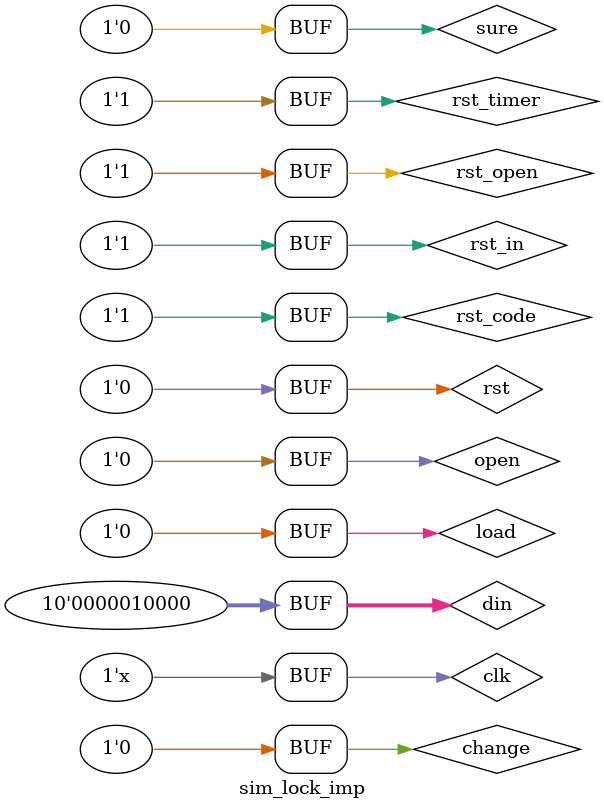
<source format=v>
`timescale 1ns / 1ps


`timescale 1ns / 1ps
//////////////////////////////////////////////////////////////////////////////////
// Company: 
// Engineer: 
// 
// Create Date: 2019/12/27 14:59:03
// Design Name: 
// Module Name: sim_lock
// Project Name: 
// Target Devices: 
// Tool Versions: 
// Description: 
// 
// Dependencies: 
// 
// Revision:
// Revision 0.01 - File Created
// Additional Comments:
// 
//////////////////////////////////////////////////////////////////////////////////


module sim_lock_imp;
reg clk, rst_in, rst_code, rst_open, load, change, open, rst, rst_timer;
reg [9:0] din;
reg sure;
wire rest_times;
wire succ, fail, locked, open_now, change_now;
wire change_succ;
initial begin
    clk = 0;
    rst_timer = 0;
    rst = 0;
    rst_code = 0;
    rst_in = 0;
    rst_open = 0;
    load = 0;
    change = 0;
    
    sure = 0;
    open = 0;
    #10 rst_code = 1; rst_in = 1; rst_open = 1; rst_timer = 1;
    #10 rst_code = 0; rst_in = 0; rst_open = 0; rst_timer = 1;
    #10 rst_code = 1; rst_in = 1; rst_open = 1; rst_timer = 1;
    #50
    // #10 rst_code = 1; rst_in = 1;
    
    // 默认密码为0000
    #10 change = 1;
    #10 change = 0;
    // 初始化密码

    #10 rst_code = 0;
    #10 rst_code = 1;
    #10 din = 10'b00_0000_0000;
    #10 load = 1;
    #10  load = 0;
        #10 din = 10'b00_0000_0000;
    #10 load = 1;
    #10  load = 0;
        #10 din = 10'b00_0000_0000;
    #10 load = 1;
    #10  load = 0;
        #10 din = 10'b00_0000_0000;
    #10 load = 1;
    #10  load = 0;
    
    // 1
    #10 din = 10'b00_0001_0000;
    #10 load = 1;
    #10  load = 0;

    // 2
    #10 din = 10'b00_0001_0000;
    #10 load = 1;
    #10  load = 0;
    // 3
    #10 din = 10'b00_0001_0000;
    #10 load = 1;
    #10  load = 0;
    // 4
    #10 din = 10'b00_0001_0000;
    #10 load = 1;
    #10  load = 0;
    // set password 
//    #20 change = 1;
//    #10 change = 0;
    #20 sure = 1;
    #20 sure = 0;
    #20 rst = 1;
    #20 rst = 0;
    #100
    // -------------------------------- open
     // 1

    
  #10 rst_open = 0;
  #10 rst_open = 1;
    #10 open = 1;
    #10 open = 0;
   #10 rst_in = 0;
    #10 rst_in = 1;
    #10 din = 10'b00_0001_0000;
    #10 load = 1;
    #10  load = 0;
    // 2
    #10 din = 10'b00_0001_0000;
    #10 load = 1;
    #10  load = 0;
    // 3
    #10 din = 10'b00_0001_0000;
    #10 load = 1;
    #10  load = 0;
    // 4
    #10 din = 10'b00_0001_0000;
    #10 load = 1;
    #10  load = 0;
    // open 
//    #20 open = 1;
//    #10 open = 0;
    #20 sure = 1;
    #20 sure = 0;

    #50 rst_open = 0;
    #50 rst_open = 1;
    #100
    
    // wrong password
     // 1
    #10 open = 1;
    #10 open = 0;
    #10 rst_in = 0;
    #10 rst_in = 1;
    #10 din = 10'b00_0001_0000;
    #10 load = 1;
    #10  load = 0;
    // 2
    #10 din = 10'b00_0010_0000;
    #10 load = 1;
    #10  load = 0;
    // 3
    #10 din = 10'b00_0001_0000;
    #10 load = 1;
    #10  load = 0;
    // 4
    #10 din = 10'b00_0001_0000;
    #10 load = 1;
    #10  load = 0;

    #20 sure = 1;
    #20 sure = 0;
    #100
    #10 rst_in = 0;
    #10 rst_in = 1;
    #10 din = 10'b00_0001_0000;
    #10 load = 1;
    #10  load = 0;
    // 2
    #10 din = 10'b00_0010_0000;
    #10 load = 1;
    #10  load = 0;
    // 3
    #10 din = 10'b00_0001_0000;
    #10 load = 1;
    #10  load = 0;
    // 4
    #10 din = 10'b00_0001_0000;
    #10 load = 1;
    #10  load = 0;
    // open 
//    #20 open = 1;
//    #10 open = 0;
    #20 sure = 1;
    #20 sure = 0;
        
    #100
    #10 rst_in = 0;
    #10 rst_in = 1;
    #10 din = 10'b00_0001_0000;
    #10 load = 1;
    #10  load = 0;
    // 2
    #10 din = 10'b00_0010_0000;
    #10 load = 1;
    #10  load = 0;
    // 3
    #10 din = 10'b00_0001_0000;
    #10 load = 1;
    #10  load = 0;
    // 4
    #10 din = 10'b00_0001_0000;
    #10 load = 1;
    #10  load = 0;
    // open 
//    #20 open = 1;
//    #10 open = 0;
    #20 sure = 1;
    #20 sure = 0;
    
    #100
    #10 rst_in = 0;
    #10 rst_in = 1;
    #10 din = 10'b00_0001_0000;
    #10 load = 1;
    #10  load = 0;
    // 2
    #10 din = 10'b00_0010_0000;
    #10 load = 1;
    #10  load = 0;
    // 3
    #10 din = 10'b00_0001_0000;
    #10 load = 1;
    #10  load = 0;
    // 4
    #10 din = 10'b00_0001_0000;
    #10 load = 1;
    #10  load = 0;
    // open 
//    #20 open = 1;
//    #10 open = 0;
    #20 sure = 1;
    #20 sure = 0;
    
    #100
    #10 rst_in = 0;
    #10 rst_in = 1;
    #10 din = 10'b00_0001_0000;
    #10 load = 1;
    #10  load = 0;
    // 2
    #10 din = 10'b00_0010_0000;
    #10 load = 1;
    #10  load = 0;
    // 3
    #10 din = 10'b00_0001_0000;
    #10 load = 1;
    #10  load = 0;
    // 4
    #10 din = 10'b00_0001_0000;
    #10 load = 1;
    #10  load = 0;
    // open 
//    #20 open = 1;
//    #10 open = 0;
    #20 sure = 1;
    #20 sure = 0;
    
    #100
    #10 rst_in = 0;
    #10 rst_in = 1;
    #10 din = 10'b00_0001_0000;
    #10 load = 1;
    #10  load = 0;
    // 2
    #10 din = 10'b00_0010_0000;
    #10 load = 1;
    #10  load = 0;
    // 3
    #10 din = 10'b00_0001_0000;
    #10 load = 1;
    #10  load = 0;
    // 4
    #10 din = 10'b00_0001_0000;
    #10 load = 1;
    #10  load = 0;
    // open 
//    #20 open = 1;
//    #10 open = 0;
    #20 sure = 1;
    #20 sure = 0;
    
    #100
    #10 rst_in = 0;
    #10 rst_in = 1;
    #10 din = 10'b00_0001_0000;
    #10 load = 1;
    #10  load = 0;
    // 2
    #10 din = 10'b00_0010_0000;
    #10 load = 1;
    #10  load = 0;
    // 3
    #10 din = 10'b00_0001_0000;
    #10 load = 1;
    #10  load = 0;
    // 4
    #10 din = 10'b00_0001_0000;
    #10 load = 1;
    #10  load = 0;
    // open 
//    #20 open = 1;
//    #10 open = 0;
    #20 sure = 1;
    #20 sure = 0;
    
    #50 rst_open = 0;
    #50 rst_open = 1;
    

    #100

    // reset
    #10 change = 1;
    #10 change = 0;
    #10 rst_in = 0;
    #10 rst_in = 1;
    // 验证原密码
    #10 rst_in = 0;
    #10 rst_in = 1;
     #10 din = 10'b00_1000_0000;
    #10 load = 1;
    #10  load = 0;
    // 2
    #10 din = 10'b00_0100_0000;
    #10 load = 1;
    #10  load = 0;
    // 3
    #10 din = 10'b00_0010_0000;
    #10 load = 1;
    #10  load = 0;
    // 4
    #10 din = 10'b00_0001_0000;
    #10 load = 1;
    #10  load = 0;
    // 新密码
    #10 din = 10'b00_1000_0000;
    #10 load = 1;
    #10  load = 0;
    // 2
    #10 din = 10'b00_0100_0000;
    #10 load = 1;
    #10  load = 0;
    // 3
    #10 din = 10'b00_0010_0000;
    #10 load = 1;
    #10  load = 0;
    // 4
    #10 din = 10'b00_0001_0000;
    #10 load = 1;
    #10  load = 0;
    #10 sure = 1;
    #10 sure = 0;
    //
    //原密码
     // 
    #100
    #10 rst_in = 0;
    #10 rst_in = 1;
    #10 din = 10'b00_0001_0000;
    #10 load = 1;
    #10  load = 0;
    // 2
    #10 din = 10'b00_0001_0000;
    #10 load = 1;
    #10  load = 0;
    // 3
    #10 din = 10'b00_0001_0000;
    #10 load = 1;
    #10  load = 0;
    // 4
    #10 din = 10'b00_0001_0000;
    #10 load = 1;
    #10  load = 0;
    //
       // 新密码
    #10 din = 10'b00_1000_0000;
    #10 load = 1;
    #10  load = 0;
    // 2
    #10 din = 10'b00_0100_0000;
    #10 load = 1;
    #10  load = 0;
    // 3
    #10 din = 10'b00_0010_0000;
    #10 load = 1;
    #10  load = 0;
    // 4
    #10 din = 10'b00_0001_0000;
    #10 load = 1;
    #10  load = 0;
    #10 sure = 1;
    #10 sure = 0;
    #100
    // 应该修改成功
    // 再次开锁
    
    //之前的密码，应该不对
    #10 rst = 1;
    #10 rst = 0;
    #10 open = 1;
    #10 open = 0;
    #10 rst_in = 0;
    #10 rst_in = 1;
    #10 din = 10'b00_0001_0000;
    #10 load = 1;
    #10  load = 0;
    // 2
    #10 din = 10'b00_0001_0000;
    #10 load = 1;
    #10  load = 0;
    // 3
    #10 din = 10'b00_0001_0000;
    #10 load = 1;
    #10  load = 0;
    // 4
    #10 din = 10'b00_0001_0000;
    #10 load = 1;
    #10  load = 0;
    #10 sure = 1;
    #10 sure = 0;
    #100
    // 正确的密码
    #10 rst_in = 0;
    #10 rst_in = 1;
      #10 din = 10'b00_1000_0000;
    #10 load = 1;
    #10  load = 0;
    // 2
    #10 din = 10'b00_0100_0000;
    #10 load = 1;
    #10  load = 0;
    // 3
    #10 din = 10'b00_0010_0000;
    #10 load = 1;
    #10  load = 0;
    // 4
    #10 din = 10'b00_0001_0000;
    #10 load = 1;
    #10  load = 0;
    #10 sure = 1;
    #10 sure = 0;
end

always # 1 clk = ~clk;
Lock  lock(
    clk, rst_in, rst_code, rst_open, rst_timer, rst, // 系统时钟，输入复位，密码复位，开锁复位，计时器复位，状态复位
    load, sure, change, open,   // 数字加载， 操作确认，修改密码，开锁操作
    din, // 输入数字
    succ, fail, locked, change_succ, rest_times,// 成功开锁信号，开锁失败信号，自锁信号，修改密码成功信号
    open_now, change_now // 当前处于开锁过程，当前处于修改密码过程
);
endmodule // 
</source>
